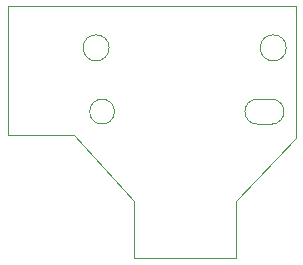
<source format=gbr>
%TF.GenerationSoftware,KiCad,Pcbnew,8.0.1*%
%TF.CreationDate,2024-03-21T19:56:43-04:00*%
%TF.ProjectId,001-v2,3030312d-7632-42e6-9b69-6361645f7063,rev?*%
%TF.SameCoordinates,Original*%
%TF.FileFunction,Profile,NP*%
%FSLAX46Y46*%
G04 Gerber Fmt 4.6, Leading zero omitted, Abs format (unit mm)*
G04 Created by KiCad (PCBNEW 8.0.1) date 2024-03-21 19:56:43*
%MOMM*%
%LPD*%
G01*
G04 APERTURE LIST*
%TA.AperFunction,Profile*%
%ADD10C,0.050000*%
%TD*%
G04 APERTURE END LIST*
D10*
X124714900Y-60759220D02*
X123514900Y-60759220D01*
X121666000Y-72136000D02*
X121666000Y-67309620D01*
X125962120Y-54309220D02*
G75*
G02*
X123762120Y-54309220I-1100000J0D01*
G01*
X123762120Y-54309220D02*
G75*
G02*
X125962120Y-54309220I1100000J0D01*
G01*
X123514900Y-60759220D02*
G75*
G02*
X123514900Y-58659180I0J1050020D01*
G01*
X121666000Y-67309620D02*
X126746000Y-61976000D01*
X126746000Y-61976000D02*
X126746000Y-50800000D01*
X126746000Y-50800000D02*
X102362000Y-50800000D01*
X111414900Y-59709220D02*
G75*
G02*
X109314900Y-59709220I-1050000J0D01*
G01*
X109314900Y-59709220D02*
G75*
G02*
X111414900Y-59709220I1050000J0D01*
G01*
X113030000Y-72136000D02*
X113030000Y-67310000D01*
X124714900Y-58659220D02*
G75*
G02*
X124714900Y-60759180I0J-1049980D01*
G01*
X113030000Y-67310000D02*
X107950000Y-61722000D01*
X102362000Y-50800000D02*
X102362000Y-61722000D01*
X123514900Y-58659220D02*
X124714900Y-58659220D01*
X110962120Y-54309220D02*
G75*
G02*
X108762120Y-54309220I-1100000J0D01*
G01*
X108762120Y-54309220D02*
G75*
G02*
X110962120Y-54309220I1100000J0D01*
G01*
X102362000Y-61722000D02*
X107950000Y-61722000D01*
X113030000Y-72136000D02*
X121666000Y-72136000D01*
M02*

</source>
